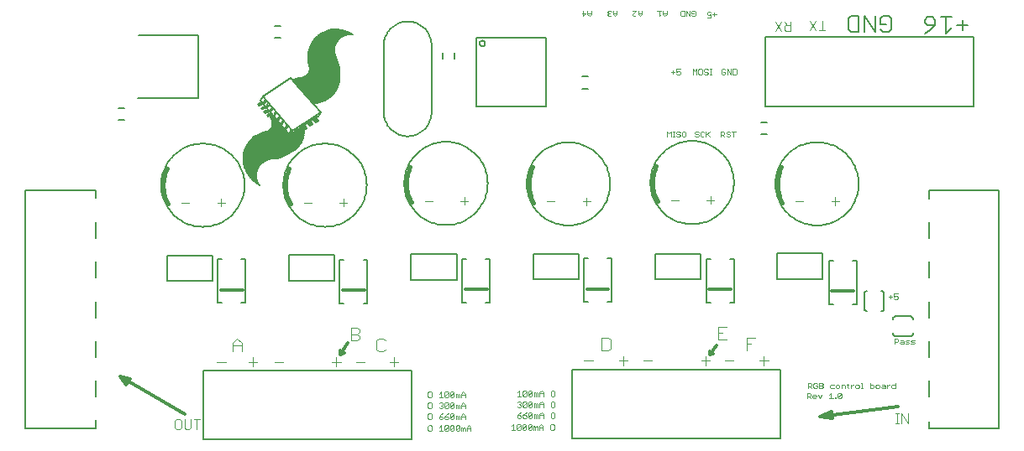
<source format=gto>
G75*
G70*
%OFA0B0*%
%FSLAX24Y24*%
%IPPOS*%
%LPD*%
%AMOC8*
5,1,8,0,0,1.08239X$1,22.5*
%
%ADD10C,0.0060*%
%ADD11C,0.0030*%
%ADD12C,0.0040*%
%ADD13C,0.0120*%
%ADD14C,0.0020*%
%ADD15C,0.0050*%
%ADD16C,0.0160*%
%ADD17C,0.0080*%
D10*
X017878Y027445D02*
X018114Y027445D01*
X018114Y027917D02*
X017878Y027917D01*
X024094Y030712D02*
X024330Y030712D01*
X024330Y031185D02*
X024094Y031185D01*
X030760Y030130D02*
X030760Y029893D01*
X031232Y029893D02*
X031232Y030130D01*
X036291Y029177D02*
X036527Y029177D01*
X036527Y028704D02*
X036291Y028704D01*
X043393Y027362D02*
X043630Y027362D01*
X043630Y026889D02*
X043393Y026889D01*
X046951Y030943D02*
X047271Y030943D01*
X047271Y031584D01*
X046951Y031584D01*
X046844Y031477D01*
X046844Y031050D01*
X046951Y030943D01*
X047489Y030943D02*
X047489Y031584D01*
X047916Y030943D01*
X047916Y031584D01*
X048133Y031477D02*
X048133Y031264D01*
X048347Y031264D01*
X048560Y031477D02*
X048454Y031584D01*
X048240Y031584D01*
X048133Y031477D01*
X048133Y031050D02*
X048240Y030943D01*
X048454Y030943D01*
X048560Y031050D01*
X048560Y031477D01*
X049876Y031438D02*
X049876Y031331D01*
X049982Y031224D01*
X050303Y031224D01*
X050303Y031438D01*
X050196Y031544D01*
X049982Y031544D01*
X049876Y031438D01*
X050089Y031011D02*
X050303Y031224D01*
X050089Y031011D02*
X049876Y030904D01*
X050734Y030904D02*
X050734Y031544D01*
X050947Y031544D02*
X050520Y031544D01*
X050947Y031117D02*
X050734Y030904D01*
X051165Y031224D02*
X051592Y031224D01*
X051378Y031011D02*
X051378Y031438D01*
D11*
X045937Y031032D02*
X045691Y031032D01*
X045569Y031032D02*
X045322Y031402D01*
X045569Y031402D02*
X045322Y031032D01*
X045814Y031032D02*
X045814Y031402D01*
X044559Y031363D02*
X044559Y030992D01*
X044374Y030992D01*
X044313Y031054D01*
X044313Y031177D01*
X044374Y031239D01*
X044559Y031239D01*
X044436Y031239D02*
X044313Y031363D01*
X044191Y031363D02*
X043944Y030992D01*
X044191Y030992D02*
X043944Y031363D01*
X048723Y015779D02*
X048847Y015779D01*
X048785Y015779D02*
X048785Y015408D01*
X048723Y015408D02*
X048847Y015408D01*
X048969Y015408D02*
X048969Y015779D01*
X049216Y015408D01*
X049216Y015779D01*
X021124Y015542D02*
X020877Y015542D01*
X020756Y015542D02*
X020756Y015234D01*
X020694Y015172D01*
X020571Y015172D01*
X020509Y015234D01*
X020509Y015542D01*
X020388Y015481D02*
X020326Y015542D01*
X020202Y015542D01*
X020141Y015481D01*
X020141Y015234D01*
X020202Y015172D01*
X020326Y015172D01*
X020388Y015234D01*
X020388Y015481D01*
X021001Y015542D02*
X021001Y015172D01*
D12*
X021799Y017839D02*
X022146Y017839D01*
X022429Y018248D02*
X022429Y018595D01*
X022603Y018768D01*
X022776Y018595D01*
X022776Y018248D01*
X022776Y018508D02*
X022429Y018508D01*
X023059Y017839D02*
X023406Y017839D01*
X023233Y018012D02*
X023233Y017665D01*
X024083Y017839D02*
X024430Y017839D01*
X026366Y017839D02*
X026713Y017839D01*
X026540Y018012D02*
X026540Y017665D01*
X027311Y017839D02*
X027658Y017839D01*
X028138Y018335D02*
X028225Y018248D01*
X028398Y018248D01*
X028485Y018335D01*
X028485Y018682D02*
X028398Y018768D01*
X028225Y018768D01*
X028138Y018682D01*
X028138Y018335D01*
X028650Y017839D02*
X028997Y017839D01*
X028823Y018012D02*
X028823Y017665D01*
X027461Y018768D02*
X027374Y018681D01*
X027114Y018681D01*
X027114Y019202D01*
X027374Y019202D01*
X027461Y019115D01*
X027461Y019028D01*
X027374Y018941D01*
X027114Y018941D01*
X027374Y018941D02*
X027461Y018855D01*
X027461Y018768D01*
X026815Y024014D02*
X026815Y024321D01*
X026661Y024167D02*
X026968Y024167D01*
X025551Y024167D02*
X025244Y024167D01*
X022118Y024167D02*
X021811Y024167D01*
X021964Y024014D02*
X021964Y024321D01*
X020701Y024167D02*
X020394Y024167D01*
X030043Y024234D02*
X030350Y024234D01*
X031461Y024234D02*
X031768Y024234D01*
X031614Y024388D02*
X031614Y024081D01*
X034902Y024218D02*
X035208Y024218D01*
X036319Y024218D02*
X036626Y024218D01*
X036472Y024372D02*
X036472Y024065D01*
X039811Y024270D02*
X040118Y024270D01*
X041228Y024270D02*
X041535Y024270D01*
X041382Y024423D02*
X041382Y024116D01*
X044768Y024222D02*
X045075Y024222D01*
X046185Y024222D02*
X046492Y024222D01*
X046338Y024376D02*
X046338Y024069D01*
X043170Y018808D02*
X042823Y018808D01*
X042823Y018287D01*
X042823Y018548D02*
X042996Y018548D01*
X043508Y018052D02*
X043508Y017705D01*
X043335Y017878D02*
X043682Y017878D01*
X042304Y017878D02*
X041957Y017878D01*
X041359Y017878D02*
X041012Y017878D01*
X041185Y017705D02*
X041185Y018052D01*
X041681Y018720D02*
X042028Y018720D01*
X041855Y018981D02*
X041681Y018981D01*
X041681Y019241D02*
X041681Y018720D01*
X041681Y019241D02*
X042028Y019241D01*
X039075Y017878D02*
X038728Y017878D01*
X038091Y017878D02*
X037744Y017878D01*
X037918Y017705D02*
X037918Y018052D01*
X037422Y018374D02*
X037422Y018721D01*
X037335Y018808D01*
X037075Y018808D01*
X037075Y018287D01*
X037335Y018287D01*
X037422Y018374D01*
X036713Y017878D02*
X036366Y017878D01*
D13*
X036476Y020728D02*
X037342Y020728D01*
X041338Y020716D02*
X042204Y020716D01*
X041622Y018504D02*
X041346Y018110D01*
X041504Y018149D01*
X041346Y018110D02*
X041346Y018267D01*
X045716Y015669D02*
X046228Y015590D01*
X046189Y015866D01*
X045716Y015669D01*
X048826Y016063D01*
X047074Y020653D02*
X046208Y020653D01*
X032511Y020720D02*
X031645Y020720D01*
X027653Y020685D02*
X026787Y020685D01*
X026976Y018582D02*
X026700Y018110D01*
X026858Y018189D01*
X026700Y018110D02*
X026700Y018307D01*
X022811Y020708D02*
X021945Y020708D01*
X018354Y017165D02*
X018197Y016929D01*
X017960Y017244D01*
X018354Y017165D01*
X017960Y017244D02*
X020519Y015748D01*
D14*
X030175Y015744D02*
X030175Y015598D01*
X030212Y015561D01*
X030285Y015561D01*
X030322Y015598D01*
X030322Y015744D01*
X030285Y015781D01*
X030212Y015781D01*
X030175Y015744D01*
X030212Y015994D02*
X030285Y015994D01*
X030322Y016031D01*
X030322Y016177D01*
X030285Y016214D01*
X030212Y016214D01*
X030175Y016177D01*
X030175Y016031D01*
X030212Y015994D01*
X030617Y016031D02*
X030654Y015994D01*
X030727Y015994D01*
X030764Y016031D01*
X030764Y016067D01*
X030727Y016104D01*
X030690Y016104D01*
X030727Y016104D02*
X030764Y016141D01*
X030764Y016177D01*
X030727Y016214D01*
X030654Y016214D01*
X030617Y016177D01*
X030838Y016177D02*
X030875Y016214D01*
X030948Y016214D01*
X030985Y016177D01*
X030838Y016031D01*
X030875Y015994D01*
X030948Y015994D01*
X030985Y016031D01*
X030985Y016177D01*
X031059Y016177D02*
X031096Y016214D01*
X031169Y016214D01*
X031206Y016177D01*
X031059Y016031D01*
X031096Y015994D01*
X031169Y015994D01*
X031206Y016031D01*
X031206Y016177D01*
X031280Y016141D02*
X031317Y016141D01*
X031353Y016104D01*
X031390Y016141D01*
X031427Y016104D01*
X031427Y015994D01*
X031353Y015994D02*
X031353Y016104D01*
X031280Y016141D02*
X031280Y015994D01*
X031501Y015994D02*
X031501Y016141D01*
X031574Y016214D01*
X031648Y016141D01*
X031648Y015994D01*
X031648Y016104D02*
X031501Y016104D01*
X031501Y016427D02*
X031501Y016574D01*
X031574Y016647D01*
X031648Y016574D01*
X031648Y016427D01*
X031648Y016537D02*
X031501Y016537D01*
X031427Y016537D02*
X031427Y016427D01*
X031353Y016427D02*
X031353Y016537D01*
X031390Y016574D01*
X031427Y016537D01*
X031353Y016537D02*
X031317Y016574D01*
X031280Y016574D01*
X031280Y016427D01*
X031206Y016464D02*
X031169Y016427D01*
X031096Y016427D01*
X031059Y016464D01*
X031206Y016610D01*
X031206Y016464D01*
X031206Y016610D02*
X031169Y016647D01*
X031096Y016647D01*
X031059Y016610D01*
X031059Y016464D01*
X030985Y016464D02*
X030948Y016427D01*
X030875Y016427D01*
X030838Y016464D01*
X030985Y016610D01*
X030985Y016464D01*
X030985Y016610D02*
X030948Y016647D01*
X030875Y016647D01*
X030838Y016610D01*
X030838Y016464D01*
X030764Y016427D02*
X030617Y016427D01*
X030690Y016427D02*
X030690Y016647D01*
X030617Y016574D01*
X030322Y016610D02*
X030322Y016464D01*
X030285Y016427D01*
X030212Y016427D01*
X030175Y016464D01*
X030175Y016610D01*
X030212Y016647D01*
X030285Y016647D01*
X030322Y016610D01*
X030838Y016177D02*
X030838Y016031D01*
X031059Y016031D02*
X031059Y016177D01*
X031096Y015781D02*
X031169Y015781D01*
X031206Y015744D01*
X031059Y015598D01*
X031096Y015561D01*
X031169Y015561D01*
X031206Y015598D01*
X031206Y015744D01*
X031280Y015708D02*
X031317Y015708D01*
X031353Y015671D01*
X031390Y015708D01*
X031427Y015671D01*
X031427Y015561D01*
X031353Y015561D02*
X031353Y015671D01*
X031280Y015708D02*
X031280Y015561D01*
X031501Y015561D02*
X031501Y015708D01*
X031574Y015781D01*
X031648Y015708D01*
X031648Y015561D01*
X031648Y015671D02*
X031501Y015671D01*
X031390Y015309D02*
X031427Y015272D01*
X031280Y015125D01*
X031317Y015088D01*
X031390Y015088D01*
X031427Y015125D01*
X031427Y015272D01*
X031390Y015309D02*
X031317Y015309D01*
X031280Y015272D01*
X031280Y015125D01*
X031206Y015125D02*
X031169Y015088D01*
X031096Y015088D01*
X031059Y015125D01*
X031206Y015272D01*
X031206Y015125D01*
X031206Y015272D02*
X031169Y015309D01*
X031096Y015309D01*
X031059Y015272D01*
X031059Y015125D01*
X030985Y015125D02*
X030948Y015088D01*
X030875Y015088D01*
X030838Y015125D01*
X030985Y015272D01*
X030985Y015125D01*
X030985Y015272D02*
X030948Y015309D01*
X030875Y015309D01*
X030838Y015272D01*
X030838Y015125D01*
X030764Y015088D02*
X030617Y015088D01*
X030690Y015088D02*
X030690Y015309D01*
X030617Y015235D01*
X030322Y015272D02*
X030322Y015125D01*
X030285Y015088D01*
X030212Y015088D01*
X030175Y015125D01*
X030175Y015272D01*
X030212Y015309D01*
X030285Y015309D01*
X030322Y015272D01*
X030617Y015598D02*
X030654Y015561D01*
X030727Y015561D01*
X030764Y015598D01*
X030764Y015634D01*
X030727Y015671D01*
X030617Y015671D01*
X030617Y015598D01*
X030617Y015671D02*
X030690Y015744D01*
X030764Y015781D01*
X030838Y015671D02*
X030948Y015671D01*
X030985Y015634D01*
X030985Y015598D01*
X030948Y015561D01*
X030875Y015561D01*
X030838Y015598D01*
X030838Y015671D01*
X030911Y015744D01*
X030985Y015781D01*
X031059Y015744D02*
X031096Y015781D01*
X031059Y015744D02*
X031059Y015598D01*
X031501Y015235D02*
X031538Y015235D01*
X031574Y015199D01*
X031611Y015235D01*
X031648Y015199D01*
X031648Y015088D01*
X031574Y015088D02*
X031574Y015199D01*
X031501Y015235D02*
X031501Y015088D01*
X031722Y015088D02*
X031722Y015235D01*
X031795Y015309D01*
X031869Y015235D01*
X031869Y015088D01*
X031869Y015199D02*
X031722Y015199D01*
X033482Y015128D02*
X033629Y015128D01*
X033556Y015128D02*
X033556Y015348D01*
X033482Y015275D01*
X033703Y015311D02*
X033740Y015348D01*
X033813Y015348D01*
X033850Y015311D01*
X033703Y015164D01*
X033740Y015128D01*
X033813Y015128D01*
X033850Y015164D01*
X033850Y015311D01*
X033924Y015311D02*
X033961Y015348D01*
X034034Y015348D01*
X034071Y015311D01*
X033924Y015164D01*
X033961Y015128D01*
X034034Y015128D01*
X034071Y015164D01*
X034071Y015311D01*
X034145Y015311D02*
X034182Y015348D01*
X034255Y015348D01*
X034292Y015311D01*
X034145Y015164D01*
X034182Y015128D01*
X034255Y015128D01*
X034292Y015164D01*
X034292Y015311D01*
X034366Y015275D02*
X034403Y015275D01*
X034439Y015238D01*
X034476Y015275D01*
X034513Y015238D01*
X034513Y015128D01*
X034439Y015128D02*
X034439Y015238D01*
X034366Y015275D02*
X034366Y015128D01*
X034587Y015128D02*
X034587Y015275D01*
X034660Y015348D01*
X034734Y015275D01*
X034734Y015128D01*
X034734Y015238D02*
X034587Y015238D01*
X034602Y015600D02*
X034602Y015747D01*
X034676Y015820D01*
X034749Y015747D01*
X034749Y015600D01*
X034749Y015710D02*
X034602Y015710D01*
X034528Y015710D02*
X034528Y015600D01*
X034455Y015600D02*
X034455Y015710D01*
X034491Y015747D01*
X034528Y015710D01*
X034455Y015710D02*
X034418Y015747D01*
X034381Y015747D01*
X034381Y015600D01*
X034307Y015637D02*
X034270Y015600D01*
X034197Y015600D01*
X034160Y015637D01*
X034307Y015784D01*
X034307Y015637D01*
X034307Y015784D02*
X034270Y015820D01*
X034197Y015820D01*
X034160Y015784D01*
X034160Y015637D01*
X034086Y015637D02*
X034086Y015674D01*
X034049Y015710D01*
X033939Y015710D01*
X033939Y015637D01*
X033976Y015600D01*
X034049Y015600D01*
X034086Y015637D01*
X034013Y015784D02*
X033939Y015710D01*
X033865Y015674D02*
X033828Y015710D01*
X033718Y015710D01*
X033718Y015637D01*
X033755Y015600D01*
X033828Y015600D01*
X033865Y015637D01*
X033865Y015674D01*
X033792Y015784D02*
X033718Y015710D01*
X033792Y015784D02*
X033865Y015820D01*
X034013Y015784D02*
X034086Y015820D01*
X034049Y016033D02*
X033976Y016033D01*
X033939Y016070D01*
X034086Y016217D01*
X034086Y016070D01*
X034049Y016033D01*
X033939Y016070D02*
X033939Y016217D01*
X033976Y016253D01*
X034049Y016253D01*
X034086Y016217D01*
X034160Y016217D02*
X034197Y016253D01*
X034270Y016253D01*
X034307Y016217D01*
X034160Y016070D01*
X034197Y016033D01*
X034270Y016033D01*
X034307Y016070D01*
X034307Y016217D01*
X034381Y016180D02*
X034418Y016180D01*
X034455Y016143D01*
X034491Y016180D01*
X034528Y016143D01*
X034528Y016033D01*
X034455Y016033D02*
X034455Y016143D01*
X034381Y016180D02*
X034381Y016033D01*
X034602Y016033D02*
X034602Y016180D01*
X034676Y016253D01*
X034749Y016180D01*
X034749Y016033D01*
X034749Y016143D02*
X034602Y016143D01*
X034602Y016466D02*
X034602Y016613D01*
X034676Y016687D01*
X034749Y016613D01*
X034749Y016466D01*
X034749Y016576D02*
X034602Y016576D01*
X034528Y016576D02*
X034528Y016466D01*
X034455Y016466D02*
X034455Y016576D01*
X034491Y016613D01*
X034528Y016576D01*
X034455Y016576D02*
X034418Y016613D01*
X034381Y016613D01*
X034381Y016466D01*
X034307Y016503D02*
X034270Y016466D01*
X034197Y016466D01*
X034160Y016503D01*
X034307Y016650D01*
X034307Y016503D01*
X034160Y016503D02*
X034160Y016650D01*
X034197Y016687D01*
X034270Y016687D01*
X034307Y016650D01*
X034086Y016650D02*
X033939Y016503D01*
X033976Y016466D01*
X034049Y016466D01*
X034086Y016503D01*
X034086Y016650D01*
X034049Y016687D01*
X033976Y016687D01*
X033939Y016650D01*
X033939Y016503D01*
X033865Y016466D02*
X033718Y016466D01*
X033792Y016466D02*
X033792Y016687D01*
X033718Y016613D01*
X033755Y016253D02*
X033828Y016253D01*
X033865Y016217D01*
X033865Y016180D01*
X033828Y016143D01*
X033865Y016107D01*
X033865Y016070D01*
X033828Y016033D01*
X033755Y016033D01*
X033718Y016070D01*
X033792Y016143D02*
X033828Y016143D01*
X033718Y016217D02*
X033755Y016253D01*
X034160Y016217D02*
X034160Y016070D01*
X034145Y015311D02*
X034145Y015164D01*
X033924Y015164D02*
X033924Y015311D01*
X033703Y015311D02*
X033703Y015164D01*
X035029Y015164D02*
X035066Y015128D01*
X035139Y015128D01*
X035176Y015164D01*
X035176Y015311D01*
X035139Y015348D01*
X035066Y015348D01*
X035029Y015311D01*
X035029Y015164D01*
X035081Y015600D02*
X035154Y015600D01*
X035191Y015637D01*
X035191Y015784D01*
X035154Y015820D01*
X035081Y015820D01*
X035044Y015784D01*
X035044Y015637D01*
X035081Y015600D01*
X035081Y016033D02*
X035154Y016033D01*
X035191Y016070D01*
X035191Y016217D01*
X035154Y016253D01*
X035081Y016253D01*
X035044Y016217D01*
X035044Y016070D01*
X035081Y016033D01*
X035081Y016466D02*
X035154Y016466D01*
X035191Y016503D01*
X035191Y016650D01*
X035154Y016687D01*
X035081Y016687D01*
X035044Y016650D01*
X035044Y016503D01*
X035081Y016466D01*
X045214Y016461D02*
X045324Y016461D01*
X045361Y016498D01*
X045361Y016571D01*
X045324Y016608D01*
X045214Y016608D01*
X045214Y016388D01*
X045288Y016461D02*
X045361Y016388D01*
X045435Y016424D02*
X045435Y016498D01*
X045472Y016534D01*
X045545Y016534D01*
X045582Y016498D01*
X045582Y016461D01*
X045435Y016461D01*
X045435Y016424D02*
X045472Y016388D01*
X045545Y016388D01*
X045656Y016534D02*
X045730Y016388D01*
X045803Y016534D01*
X045806Y016781D02*
X045696Y016781D01*
X045696Y017001D01*
X045806Y017001D01*
X045843Y016965D01*
X045843Y016928D01*
X045806Y016891D01*
X045696Y016891D01*
X045622Y016891D02*
X045548Y016891D01*
X045622Y016891D02*
X045622Y016818D01*
X045585Y016781D01*
X045511Y016781D01*
X045475Y016818D01*
X045475Y016965D01*
X045511Y017001D01*
X045585Y017001D01*
X045622Y016965D01*
X045806Y016891D02*
X045843Y016855D01*
X045843Y016818D01*
X045806Y016781D01*
X046138Y016818D02*
X046174Y016781D01*
X046284Y016781D01*
X046359Y016818D02*
X046395Y016781D01*
X046469Y016781D01*
X046505Y016818D01*
X046505Y016891D01*
X046469Y016928D01*
X046395Y016928D01*
X046359Y016891D01*
X046359Y016818D01*
X046284Y016928D02*
X046174Y016928D01*
X046138Y016891D01*
X046138Y016818D01*
X046172Y016608D02*
X046172Y016388D01*
X046245Y016388D02*
X046098Y016388D01*
X046098Y016534D02*
X046172Y016608D01*
X046319Y016424D02*
X046356Y016424D01*
X046356Y016388D01*
X046319Y016388D01*
X046319Y016424D01*
X046430Y016424D02*
X046577Y016571D01*
X046577Y016424D01*
X046540Y016388D01*
X046466Y016388D01*
X046430Y016424D01*
X046430Y016571D01*
X046466Y016608D01*
X046540Y016608D01*
X046577Y016571D01*
X046580Y016781D02*
X046580Y016928D01*
X046690Y016928D01*
X046726Y016891D01*
X046726Y016781D01*
X046837Y016818D02*
X046874Y016781D01*
X046837Y016818D02*
X046837Y016965D01*
X046801Y016928D02*
X046874Y016928D01*
X046948Y016928D02*
X046948Y016781D01*
X046948Y016855D02*
X047021Y016928D01*
X047058Y016928D01*
X047132Y016891D02*
X047132Y016818D01*
X047169Y016781D01*
X047242Y016781D01*
X047279Y016818D01*
X047279Y016891D01*
X047242Y016928D01*
X047169Y016928D01*
X047132Y016891D01*
X047353Y016781D02*
X047426Y016781D01*
X047390Y016781D02*
X047390Y017001D01*
X047353Y017001D01*
X047721Y017001D02*
X047721Y016781D01*
X047831Y016781D01*
X047868Y016818D01*
X047868Y016891D01*
X047831Y016928D01*
X047721Y016928D01*
X047942Y016891D02*
X047942Y016818D01*
X047979Y016781D01*
X048052Y016781D01*
X048089Y016818D01*
X048089Y016891D01*
X048052Y016928D01*
X047979Y016928D01*
X047942Y016891D01*
X048163Y016818D02*
X048200Y016855D01*
X048310Y016855D01*
X048310Y016891D02*
X048310Y016781D01*
X048200Y016781D01*
X048163Y016818D01*
X048200Y016928D02*
X048273Y016928D01*
X048310Y016891D01*
X048384Y016855D02*
X048458Y016928D01*
X048494Y016928D01*
X048569Y016891D02*
X048605Y016928D01*
X048715Y016928D01*
X048715Y017001D02*
X048715Y016781D01*
X048605Y016781D01*
X048569Y016818D01*
X048569Y016891D01*
X048384Y016928D02*
X048384Y016781D01*
X048679Y018553D02*
X048679Y018773D01*
X048789Y018773D01*
X048826Y018736D01*
X048826Y018663D01*
X048789Y018626D01*
X048679Y018626D01*
X048900Y018590D02*
X048937Y018553D01*
X049047Y018553D01*
X049047Y018663D01*
X049010Y018700D01*
X048937Y018700D01*
X048937Y018626D02*
X049047Y018626D01*
X049121Y018663D02*
X049158Y018700D01*
X049268Y018700D01*
X049231Y018626D02*
X049158Y018626D01*
X049121Y018663D01*
X049121Y018553D02*
X049231Y018553D01*
X049268Y018590D01*
X049231Y018626D01*
X049342Y018663D02*
X049379Y018700D01*
X049489Y018700D01*
X049452Y018626D02*
X049379Y018626D01*
X049342Y018663D01*
X049342Y018553D02*
X049452Y018553D01*
X049489Y018590D01*
X049452Y018626D01*
X048937Y018626D02*
X048900Y018590D01*
X048774Y020325D02*
X048700Y020325D01*
X048664Y020361D01*
X048664Y020435D02*
X048737Y020471D01*
X048774Y020471D01*
X048811Y020435D01*
X048811Y020361D01*
X048774Y020325D01*
X048664Y020435D02*
X048664Y020545D01*
X048811Y020545D01*
X048590Y020435D02*
X048443Y020435D01*
X048516Y020508D02*
X048516Y020361D01*
X045364Y017001D02*
X045401Y016965D01*
X045401Y016891D01*
X045364Y016855D01*
X045254Y016855D01*
X045327Y016855D02*
X045401Y016781D01*
X045254Y016781D02*
X045254Y017001D01*
X045364Y017001D01*
X042305Y026781D02*
X042305Y027001D01*
X042378Y027001D02*
X042231Y027001D01*
X042157Y026965D02*
X042120Y027001D01*
X042047Y027001D01*
X042010Y026965D01*
X042010Y026928D01*
X042047Y026891D01*
X042120Y026891D01*
X042157Y026855D01*
X042157Y026818D01*
X042120Y026781D01*
X042047Y026781D01*
X042010Y026818D01*
X041936Y026781D02*
X041863Y026855D01*
X041899Y026855D02*
X041789Y026855D01*
X041789Y026781D02*
X041789Y027001D01*
X041899Y027001D01*
X041936Y026965D01*
X041936Y026891D01*
X041899Y026855D01*
X041354Y026781D02*
X041244Y026891D01*
X041208Y026855D02*
X041354Y027001D01*
X041208Y027001D02*
X041208Y026781D01*
X041133Y026818D02*
X041097Y026781D01*
X041023Y026781D01*
X040987Y026818D01*
X040987Y026965D01*
X041023Y027001D01*
X041097Y027001D01*
X041133Y026965D01*
X040912Y026965D02*
X040876Y027001D01*
X040802Y027001D01*
X040766Y026965D01*
X040766Y026928D01*
X040802Y026891D01*
X040876Y026891D01*
X040912Y026855D01*
X040912Y026818D01*
X040876Y026781D01*
X040802Y026781D01*
X040766Y026818D01*
X040399Y026818D02*
X040399Y026965D01*
X040363Y027001D01*
X040289Y027001D01*
X040253Y026965D01*
X040253Y026818D01*
X040289Y026781D01*
X040363Y026781D01*
X040399Y026818D01*
X040178Y026818D02*
X040142Y026781D01*
X040068Y026781D01*
X040032Y026818D01*
X040068Y026891D02*
X040142Y026891D01*
X040178Y026855D01*
X040178Y026818D01*
X040068Y026891D02*
X040032Y026928D01*
X040032Y026965D01*
X040068Y027001D01*
X040142Y027001D01*
X040178Y026965D01*
X039958Y027001D02*
X039884Y027001D01*
X039921Y027001D02*
X039921Y026781D01*
X039884Y026781D02*
X039958Y026781D01*
X039810Y026781D02*
X039810Y027001D01*
X039737Y026928D01*
X039663Y027001D01*
X039663Y026781D01*
X040069Y029258D02*
X040033Y029295D01*
X040069Y029258D02*
X040143Y029258D01*
X040180Y029295D01*
X040180Y029368D01*
X040143Y029405D01*
X040106Y029405D01*
X040033Y029368D01*
X040033Y029478D01*
X040180Y029478D01*
X039959Y029368D02*
X039812Y029368D01*
X039885Y029441D02*
X039885Y029295D01*
X040687Y029262D02*
X040687Y029482D01*
X040760Y029408D01*
X040834Y029482D01*
X040834Y029262D01*
X040908Y029298D02*
X040945Y029262D01*
X041018Y029262D01*
X041055Y029298D01*
X041055Y029445D01*
X041018Y029482D01*
X040945Y029482D01*
X040908Y029445D01*
X040908Y029298D01*
X041129Y029298D02*
X041166Y029262D01*
X041239Y029262D01*
X041276Y029298D01*
X041276Y029335D01*
X041239Y029372D01*
X041166Y029372D01*
X041129Y029408D01*
X041129Y029445D01*
X041166Y029482D01*
X041239Y029482D01*
X041276Y029445D01*
X041350Y029482D02*
X041423Y029482D01*
X041386Y029482D02*
X041386Y029262D01*
X041350Y029262D02*
X041423Y029262D01*
X041829Y029298D02*
X041865Y029262D01*
X041939Y029262D01*
X041975Y029298D01*
X041975Y029372D01*
X041902Y029372D01*
X041975Y029445D02*
X041939Y029482D01*
X041865Y029482D01*
X041829Y029445D01*
X041829Y029298D01*
X042050Y029262D02*
X042050Y029482D01*
X042196Y029262D01*
X042196Y029482D01*
X042271Y029482D02*
X042381Y029482D01*
X042417Y029445D01*
X042417Y029298D01*
X042381Y029262D01*
X042271Y029262D01*
X042271Y029482D01*
X041538Y031578D02*
X041538Y031725D01*
X041465Y031651D02*
X041612Y031651D01*
X041391Y031651D02*
X041317Y031615D01*
X041281Y031615D01*
X041244Y031651D01*
X041244Y031725D01*
X041281Y031761D01*
X041354Y031761D01*
X041391Y031725D01*
X041391Y031651D02*
X041391Y031541D01*
X041244Y031541D01*
X040785Y031617D02*
X040785Y031764D01*
X040748Y031801D01*
X040675Y031801D01*
X040638Y031764D01*
X040638Y031691D01*
X040712Y031691D01*
X040785Y031617D02*
X040748Y031581D01*
X040675Y031581D01*
X040638Y031617D01*
X040564Y031581D02*
X040417Y031801D01*
X040417Y031581D01*
X040343Y031581D02*
X040233Y031581D01*
X040196Y031617D01*
X040196Y031764D01*
X040233Y031801D01*
X040343Y031801D01*
X040343Y031581D01*
X040564Y031581D02*
X040564Y031801D01*
X039643Y031801D02*
X039643Y031654D01*
X039570Y031581D01*
X039496Y031654D01*
X039496Y031801D01*
X039422Y031801D02*
X039275Y031801D01*
X039349Y031801D02*
X039349Y031581D01*
X039422Y031654D01*
X039496Y031691D02*
X039643Y031691D01*
X038659Y031691D02*
X038512Y031691D01*
X038512Y031654D02*
X038512Y031801D01*
X038438Y031801D02*
X038291Y031654D01*
X038291Y031617D01*
X038328Y031581D01*
X038401Y031581D01*
X038438Y031617D01*
X038512Y031654D02*
X038586Y031581D01*
X038659Y031654D01*
X038659Y031801D01*
X038438Y031801D02*
X038291Y031801D01*
X037675Y031801D02*
X037675Y031654D01*
X037601Y031581D01*
X037528Y031654D01*
X037528Y031801D01*
X037454Y031764D02*
X037417Y031801D01*
X037344Y031801D01*
X037307Y031764D01*
X037307Y031727D01*
X037344Y031691D01*
X037380Y031691D01*
X037344Y031691D02*
X037307Y031654D01*
X037307Y031617D01*
X037344Y031581D01*
X037417Y031581D01*
X037454Y031617D01*
X037528Y031691D02*
X037675Y031691D01*
X036651Y031691D02*
X036504Y031691D01*
X036504Y031654D02*
X036504Y031801D01*
X036430Y031691D02*
X036283Y031691D01*
X036320Y031801D02*
X036320Y031581D01*
X036430Y031691D01*
X036504Y031654D02*
X036578Y031581D01*
X036651Y031654D01*
X036651Y031801D01*
D15*
X016980Y015197D02*
X014185Y015197D01*
X014185Y024645D01*
X016980Y024645D01*
X016980Y024370D01*
X016980Y023386D02*
X016980Y022756D01*
X016980Y021811D02*
X016980Y021181D01*
X016980Y020236D02*
X016980Y019606D01*
X016980Y018661D02*
X016980Y018031D01*
X016980Y017086D02*
X016980Y016456D01*
X016980Y015511D02*
X016980Y015197D01*
X021248Y014744D02*
X021248Y017500D01*
X029515Y017500D01*
X029515Y014744D01*
X021248Y014744D01*
X021826Y020197D02*
X021984Y020197D01*
X021826Y020197D02*
X021826Y021929D01*
X021984Y021929D01*
X021641Y022071D02*
X019830Y022071D01*
X019830Y021047D01*
X021641Y021047D01*
X021641Y022071D01*
X022771Y021929D02*
X022929Y021929D01*
X022929Y020197D01*
X022771Y020197D01*
X024645Y021059D02*
X024645Y022082D01*
X026456Y022082D01*
X026456Y021059D01*
X024645Y021059D01*
X026669Y021905D02*
X026826Y021905D01*
X026669Y021905D02*
X026669Y020173D01*
X026826Y020173D01*
X027614Y020173D02*
X027771Y020173D01*
X027771Y021905D01*
X027614Y021905D01*
X029504Y022110D02*
X029504Y021086D01*
X031315Y021086D01*
X031315Y022110D01*
X029504Y022110D01*
X031527Y021941D02*
X031685Y021941D01*
X031527Y021941D02*
X031527Y020208D01*
X031685Y020208D01*
X032472Y020208D02*
X032630Y020208D01*
X032630Y021941D01*
X032472Y021941D01*
X034350Y022137D02*
X034350Y021114D01*
X036161Y021114D01*
X036161Y022137D01*
X034350Y022137D01*
X036358Y021949D02*
X036515Y021949D01*
X036358Y021949D02*
X036358Y020216D01*
X036515Y020216D01*
X037303Y020216D02*
X037460Y020216D01*
X037460Y021949D01*
X037303Y021949D01*
X039193Y022134D02*
X039193Y021110D01*
X041004Y021110D01*
X041004Y022134D01*
X039193Y022134D01*
X041220Y021937D02*
X041378Y021937D01*
X041220Y021937D02*
X041220Y020204D01*
X041378Y020204D01*
X042165Y020204D02*
X042323Y020204D01*
X042323Y021937D01*
X042165Y021937D01*
X044011Y022149D02*
X044011Y021126D01*
X045823Y021126D01*
X045823Y022149D01*
X044011Y022149D01*
X046090Y021874D02*
X046248Y021874D01*
X046090Y021874D02*
X046090Y020141D01*
X046248Y020141D01*
X047035Y020141D02*
X047193Y020141D01*
X047193Y021874D01*
X047035Y021874D01*
X050043Y021811D02*
X050043Y021181D01*
X050043Y020236D02*
X050043Y019606D01*
X050043Y018661D02*
X050043Y018031D01*
X050043Y017086D02*
X050043Y016456D01*
X050043Y015472D02*
X050043Y015197D01*
X052838Y015197D01*
X052838Y024645D01*
X050043Y024645D01*
X050043Y024330D01*
X050043Y023386D02*
X050043Y022756D01*
X043960Y024917D02*
X043962Y024998D01*
X043968Y025079D01*
X043978Y025160D01*
X043992Y025240D01*
X044010Y025319D01*
X044031Y025397D01*
X044057Y025474D01*
X044086Y025550D01*
X044119Y025624D01*
X044155Y025697D01*
X044195Y025767D01*
X044239Y025836D01*
X044285Y025902D01*
X044335Y025966D01*
X044388Y026028D01*
X044444Y026087D01*
X044503Y026143D01*
X044565Y026196D01*
X044629Y026246D01*
X044695Y026292D01*
X044764Y026336D01*
X044834Y026376D01*
X044907Y026412D01*
X044981Y026445D01*
X045057Y026474D01*
X045134Y026500D01*
X045212Y026521D01*
X045291Y026539D01*
X045371Y026553D01*
X045452Y026563D01*
X045533Y026569D01*
X045614Y026571D01*
X045695Y026569D01*
X045776Y026563D01*
X045857Y026553D01*
X045937Y026539D01*
X046016Y026521D01*
X046094Y026500D01*
X046171Y026474D01*
X046247Y026445D01*
X046321Y026412D01*
X046394Y026376D01*
X046464Y026336D01*
X046533Y026292D01*
X046599Y026246D01*
X046663Y026196D01*
X046725Y026143D01*
X046784Y026087D01*
X046840Y026028D01*
X046893Y025966D01*
X046943Y025902D01*
X046989Y025836D01*
X047033Y025767D01*
X047073Y025697D01*
X047109Y025624D01*
X047142Y025550D01*
X047171Y025474D01*
X047197Y025397D01*
X047218Y025319D01*
X047236Y025240D01*
X047250Y025160D01*
X047260Y025079D01*
X047266Y024998D01*
X047268Y024917D01*
X047266Y024836D01*
X047260Y024755D01*
X047250Y024674D01*
X047236Y024594D01*
X047218Y024515D01*
X047197Y024437D01*
X047171Y024360D01*
X047142Y024284D01*
X047109Y024210D01*
X047073Y024137D01*
X047033Y024067D01*
X046989Y023998D01*
X046943Y023932D01*
X046893Y023868D01*
X046840Y023806D01*
X046784Y023747D01*
X046725Y023691D01*
X046663Y023638D01*
X046599Y023588D01*
X046533Y023542D01*
X046464Y023498D01*
X046394Y023458D01*
X046321Y023422D01*
X046247Y023389D01*
X046171Y023360D01*
X046094Y023334D01*
X046016Y023313D01*
X045937Y023295D01*
X045857Y023281D01*
X045776Y023271D01*
X045695Y023265D01*
X045614Y023263D01*
X045533Y023265D01*
X045452Y023271D01*
X045371Y023281D01*
X045291Y023295D01*
X045212Y023313D01*
X045134Y023334D01*
X045057Y023360D01*
X044981Y023389D01*
X044907Y023422D01*
X044834Y023458D01*
X044764Y023498D01*
X044695Y023542D01*
X044629Y023588D01*
X044565Y023638D01*
X044503Y023691D01*
X044444Y023747D01*
X044388Y023806D01*
X044335Y023868D01*
X044285Y023932D01*
X044239Y023998D01*
X044195Y024067D01*
X044155Y024137D01*
X044119Y024210D01*
X044086Y024284D01*
X044057Y024360D01*
X044031Y024437D01*
X044010Y024515D01*
X043992Y024594D01*
X043978Y024674D01*
X043968Y024755D01*
X043962Y024836D01*
X043960Y024917D01*
X039003Y024964D02*
X039005Y025045D01*
X039011Y025126D01*
X039021Y025207D01*
X039035Y025287D01*
X039053Y025366D01*
X039074Y025444D01*
X039100Y025521D01*
X039129Y025597D01*
X039162Y025671D01*
X039198Y025744D01*
X039238Y025814D01*
X039282Y025883D01*
X039328Y025949D01*
X039378Y026013D01*
X039431Y026075D01*
X039487Y026134D01*
X039546Y026190D01*
X039608Y026243D01*
X039672Y026293D01*
X039738Y026339D01*
X039807Y026383D01*
X039877Y026423D01*
X039950Y026459D01*
X040024Y026492D01*
X040100Y026521D01*
X040177Y026547D01*
X040255Y026568D01*
X040334Y026586D01*
X040414Y026600D01*
X040495Y026610D01*
X040576Y026616D01*
X040657Y026618D01*
X040738Y026616D01*
X040819Y026610D01*
X040900Y026600D01*
X040980Y026586D01*
X041059Y026568D01*
X041137Y026547D01*
X041214Y026521D01*
X041290Y026492D01*
X041364Y026459D01*
X041437Y026423D01*
X041507Y026383D01*
X041576Y026339D01*
X041642Y026293D01*
X041706Y026243D01*
X041768Y026190D01*
X041827Y026134D01*
X041883Y026075D01*
X041936Y026013D01*
X041986Y025949D01*
X042032Y025883D01*
X042076Y025814D01*
X042116Y025744D01*
X042152Y025671D01*
X042185Y025597D01*
X042214Y025521D01*
X042240Y025444D01*
X042261Y025366D01*
X042279Y025287D01*
X042293Y025207D01*
X042303Y025126D01*
X042309Y025045D01*
X042311Y024964D01*
X042309Y024883D01*
X042303Y024802D01*
X042293Y024721D01*
X042279Y024641D01*
X042261Y024562D01*
X042240Y024484D01*
X042214Y024407D01*
X042185Y024331D01*
X042152Y024257D01*
X042116Y024184D01*
X042076Y024114D01*
X042032Y024045D01*
X041986Y023979D01*
X041936Y023915D01*
X041883Y023853D01*
X041827Y023794D01*
X041768Y023738D01*
X041706Y023685D01*
X041642Y023635D01*
X041576Y023589D01*
X041507Y023545D01*
X041437Y023505D01*
X041364Y023469D01*
X041290Y023436D01*
X041214Y023407D01*
X041137Y023381D01*
X041059Y023360D01*
X040980Y023342D01*
X040900Y023328D01*
X040819Y023318D01*
X040738Y023312D01*
X040657Y023310D01*
X040576Y023312D01*
X040495Y023318D01*
X040414Y023328D01*
X040334Y023342D01*
X040255Y023360D01*
X040177Y023381D01*
X040100Y023407D01*
X040024Y023436D01*
X039950Y023469D01*
X039877Y023505D01*
X039807Y023545D01*
X039738Y023589D01*
X039672Y023635D01*
X039608Y023685D01*
X039546Y023738D01*
X039487Y023794D01*
X039431Y023853D01*
X039378Y023915D01*
X039328Y023979D01*
X039282Y024045D01*
X039238Y024114D01*
X039198Y024184D01*
X039162Y024257D01*
X039129Y024331D01*
X039100Y024407D01*
X039074Y024484D01*
X039053Y024562D01*
X039035Y024641D01*
X039021Y024721D01*
X039011Y024802D01*
X039005Y024883D01*
X039003Y024964D01*
X034094Y024913D02*
X034096Y024994D01*
X034102Y025075D01*
X034112Y025156D01*
X034126Y025236D01*
X034144Y025315D01*
X034165Y025393D01*
X034191Y025470D01*
X034220Y025546D01*
X034253Y025620D01*
X034289Y025693D01*
X034329Y025763D01*
X034373Y025832D01*
X034419Y025898D01*
X034469Y025962D01*
X034522Y026024D01*
X034578Y026083D01*
X034637Y026139D01*
X034699Y026192D01*
X034763Y026242D01*
X034829Y026288D01*
X034898Y026332D01*
X034968Y026372D01*
X035041Y026408D01*
X035115Y026441D01*
X035191Y026470D01*
X035268Y026496D01*
X035346Y026517D01*
X035425Y026535D01*
X035505Y026549D01*
X035586Y026559D01*
X035667Y026565D01*
X035748Y026567D01*
X035829Y026565D01*
X035910Y026559D01*
X035991Y026549D01*
X036071Y026535D01*
X036150Y026517D01*
X036228Y026496D01*
X036305Y026470D01*
X036381Y026441D01*
X036455Y026408D01*
X036528Y026372D01*
X036598Y026332D01*
X036667Y026288D01*
X036733Y026242D01*
X036797Y026192D01*
X036859Y026139D01*
X036918Y026083D01*
X036974Y026024D01*
X037027Y025962D01*
X037077Y025898D01*
X037123Y025832D01*
X037167Y025763D01*
X037207Y025693D01*
X037243Y025620D01*
X037276Y025546D01*
X037305Y025470D01*
X037331Y025393D01*
X037352Y025315D01*
X037370Y025236D01*
X037384Y025156D01*
X037394Y025075D01*
X037400Y024994D01*
X037402Y024913D01*
X037400Y024832D01*
X037394Y024751D01*
X037384Y024670D01*
X037370Y024590D01*
X037352Y024511D01*
X037331Y024433D01*
X037305Y024356D01*
X037276Y024280D01*
X037243Y024206D01*
X037207Y024133D01*
X037167Y024063D01*
X037123Y023994D01*
X037077Y023928D01*
X037027Y023864D01*
X036974Y023802D01*
X036918Y023743D01*
X036859Y023687D01*
X036797Y023634D01*
X036733Y023584D01*
X036667Y023538D01*
X036598Y023494D01*
X036528Y023454D01*
X036455Y023418D01*
X036381Y023385D01*
X036305Y023356D01*
X036228Y023330D01*
X036150Y023309D01*
X036071Y023291D01*
X035991Y023277D01*
X035910Y023267D01*
X035829Y023261D01*
X035748Y023259D01*
X035667Y023261D01*
X035586Y023267D01*
X035505Y023277D01*
X035425Y023291D01*
X035346Y023309D01*
X035268Y023330D01*
X035191Y023356D01*
X035115Y023385D01*
X035041Y023418D01*
X034968Y023454D01*
X034898Y023494D01*
X034829Y023538D01*
X034763Y023584D01*
X034699Y023634D01*
X034637Y023687D01*
X034578Y023743D01*
X034522Y023802D01*
X034469Y023864D01*
X034419Y023928D01*
X034373Y023994D01*
X034329Y024063D01*
X034289Y024133D01*
X034253Y024206D01*
X034220Y024280D01*
X034191Y024356D01*
X034165Y024433D01*
X034144Y024511D01*
X034126Y024590D01*
X034112Y024670D01*
X034102Y024751D01*
X034096Y024832D01*
X034094Y024913D01*
X029235Y024929D02*
X029237Y025010D01*
X029243Y025091D01*
X029253Y025172D01*
X029267Y025252D01*
X029285Y025331D01*
X029306Y025409D01*
X029332Y025486D01*
X029361Y025562D01*
X029394Y025636D01*
X029430Y025709D01*
X029470Y025779D01*
X029514Y025848D01*
X029560Y025914D01*
X029610Y025978D01*
X029663Y026040D01*
X029719Y026099D01*
X029778Y026155D01*
X029840Y026208D01*
X029904Y026258D01*
X029970Y026304D01*
X030039Y026348D01*
X030109Y026388D01*
X030182Y026424D01*
X030256Y026457D01*
X030332Y026486D01*
X030409Y026512D01*
X030487Y026533D01*
X030566Y026551D01*
X030646Y026565D01*
X030727Y026575D01*
X030808Y026581D01*
X030889Y026583D01*
X030970Y026581D01*
X031051Y026575D01*
X031132Y026565D01*
X031212Y026551D01*
X031291Y026533D01*
X031369Y026512D01*
X031446Y026486D01*
X031522Y026457D01*
X031596Y026424D01*
X031669Y026388D01*
X031739Y026348D01*
X031808Y026304D01*
X031874Y026258D01*
X031938Y026208D01*
X032000Y026155D01*
X032059Y026099D01*
X032115Y026040D01*
X032168Y025978D01*
X032218Y025914D01*
X032264Y025848D01*
X032308Y025779D01*
X032348Y025709D01*
X032384Y025636D01*
X032417Y025562D01*
X032446Y025486D01*
X032472Y025409D01*
X032493Y025331D01*
X032511Y025252D01*
X032525Y025172D01*
X032535Y025091D01*
X032541Y025010D01*
X032543Y024929D01*
X032541Y024848D01*
X032535Y024767D01*
X032525Y024686D01*
X032511Y024606D01*
X032493Y024527D01*
X032472Y024449D01*
X032446Y024372D01*
X032417Y024296D01*
X032384Y024222D01*
X032348Y024149D01*
X032308Y024079D01*
X032264Y024010D01*
X032218Y023944D01*
X032168Y023880D01*
X032115Y023818D01*
X032059Y023759D01*
X032000Y023703D01*
X031938Y023650D01*
X031874Y023600D01*
X031808Y023554D01*
X031739Y023510D01*
X031669Y023470D01*
X031596Y023434D01*
X031522Y023401D01*
X031446Y023372D01*
X031369Y023346D01*
X031291Y023325D01*
X031212Y023307D01*
X031132Y023293D01*
X031051Y023283D01*
X030970Y023277D01*
X030889Y023275D01*
X030808Y023277D01*
X030727Y023283D01*
X030646Y023293D01*
X030566Y023307D01*
X030487Y023325D01*
X030409Y023346D01*
X030332Y023372D01*
X030256Y023401D01*
X030182Y023434D01*
X030109Y023470D01*
X030039Y023510D01*
X029970Y023554D01*
X029904Y023600D01*
X029840Y023650D01*
X029778Y023703D01*
X029719Y023759D01*
X029663Y023818D01*
X029610Y023880D01*
X029560Y023944D01*
X029514Y024010D01*
X029470Y024079D01*
X029430Y024149D01*
X029394Y024222D01*
X029361Y024296D01*
X029332Y024372D01*
X029306Y024449D01*
X029285Y024527D01*
X029267Y024606D01*
X029253Y024686D01*
X029243Y024767D01*
X029237Y024848D01*
X029235Y024929D01*
X024436Y024862D02*
X024438Y024943D01*
X024444Y025024D01*
X024454Y025105D01*
X024468Y025185D01*
X024486Y025264D01*
X024507Y025342D01*
X024533Y025419D01*
X024562Y025495D01*
X024595Y025569D01*
X024631Y025642D01*
X024671Y025712D01*
X024715Y025781D01*
X024761Y025847D01*
X024811Y025911D01*
X024864Y025973D01*
X024920Y026032D01*
X024979Y026088D01*
X025041Y026141D01*
X025105Y026191D01*
X025171Y026237D01*
X025240Y026281D01*
X025310Y026321D01*
X025383Y026357D01*
X025457Y026390D01*
X025533Y026419D01*
X025610Y026445D01*
X025688Y026466D01*
X025767Y026484D01*
X025847Y026498D01*
X025928Y026508D01*
X026009Y026514D01*
X026090Y026516D01*
X026171Y026514D01*
X026252Y026508D01*
X026333Y026498D01*
X026413Y026484D01*
X026492Y026466D01*
X026570Y026445D01*
X026647Y026419D01*
X026723Y026390D01*
X026797Y026357D01*
X026870Y026321D01*
X026940Y026281D01*
X027009Y026237D01*
X027075Y026191D01*
X027139Y026141D01*
X027201Y026088D01*
X027260Y026032D01*
X027316Y025973D01*
X027369Y025911D01*
X027419Y025847D01*
X027465Y025781D01*
X027509Y025712D01*
X027549Y025642D01*
X027585Y025569D01*
X027618Y025495D01*
X027647Y025419D01*
X027673Y025342D01*
X027694Y025264D01*
X027712Y025185D01*
X027726Y025105D01*
X027736Y025024D01*
X027742Y024943D01*
X027744Y024862D01*
X027742Y024781D01*
X027736Y024700D01*
X027726Y024619D01*
X027712Y024539D01*
X027694Y024460D01*
X027673Y024382D01*
X027647Y024305D01*
X027618Y024229D01*
X027585Y024155D01*
X027549Y024082D01*
X027509Y024012D01*
X027465Y023943D01*
X027419Y023877D01*
X027369Y023813D01*
X027316Y023751D01*
X027260Y023692D01*
X027201Y023636D01*
X027139Y023583D01*
X027075Y023533D01*
X027009Y023487D01*
X026940Y023443D01*
X026870Y023403D01*
X026797Y023367D01*
X026723Y023334D01*
X026647Y023305D01*
X026570Y023279D01*
X026492Y023258D01*
X026413Y023240D01*
X026333Y023226D01*
X026252Y023216D01*
X026171Y023210D01*
X026090Y023208D01*
X026009Y023210D01*
X025928Y023216D01*
X025847Y023226D01*
X025767Y023240D01*
X025688Y023258D01*
X025610Y023279D01*
X025533Y023305D01*
X025457Y023334D01*
X025383Y023367D01*
X025310Y023403D01*
X025240Y023443D01*
X025171Y023487D01*
X025105Y023533D01*
X025041Y023583D01*
X024979Y023636D01*
X024920Y023692D01*
X024864Y023751D01*
X024811Y023813D01*
X024761Y023877D01*
X024715Y023943D01*
X024671Y024012D01*
X024631Y024082D01*
X024595Y024155D01*
X024562Y024229D01*
X024533Y024305D01*
X024507Y024382D01*
X024486Y024460D01*
X024468Y024539D01*
X024454Y024619D01*
X024444Y024700D01*
X024438Y024781D01*
X024436Y024862D01*
X023502Y024849D02*
X023237Y025071D01*
X023121Y025185D01*
X023022Y025315D01*
X022944Y025457D01*
X022888Y025610D01*
X022856Y025770D01*
X022847Y025932D01*
X022863Y026094D01*
X022902Y026252D01*
X022965Y026402D01*
X023049Y026542D01*
X023153Y026667D01*
X023274Y026775D01*
X023410Y026865D01*
X023558Y026933D01*
X023714Y026978D01*
X023784Y027000D01*
X023848Y027035D01*
X023903Y027082D01*
X023949Y027139D01*
X023982Y027204D01*
X024002Y027274D01*
X024008Y027346D01*
X023999Y027419D01*
X023977Y027488D01*
X023941Y027551D01*
X023933Y027579D01*
X023931Y027609D01*
X023936Y027638D01*
X023947Y027665D01*
X023963Y027689D01*
X024650Y026819D01*
X025234Y027209D01*
X025233Y027209D01*
X025234Y027209D02*
X025255Y027078D01*
X025257Y026944D01*
X025239Y026812D01*
X025201Y026684D01*
X025145Y026563D01*
X025072Y026451D01*
X024983Y026352D01*
X024880Y026267D01*
X024765Y026198D01*
X024582Y026086D01*
X024384Y025999D01*
X024177Y025940D01*
X023964Y025910D01*
X023856Y025893D01*
X023753Y025858D01*
X023656Y025807D01*
X023570Y025740D01*
X023496Y025660D01*
X023436Y025568D01*
X023393Y025468D01*
X023366Y025362D01*
X023358Y025254D01*
X023368Y025145D01*
X023396Y025039D01*
X023441Y024940D01*
X023502Y024849D01*
X023482Y024879D02*
X023466Y024879D01*
X023449Y024927D02*
X023409Y024927D01*
X023424Y024976D02*
X023351Y024976D01*
X023402Y025024D02*
X023293Y025024D01*
X023235Y025073D02*
X023387Y025073D01*
X023374Y025122D02*
X023186Y025122D01*
X023136Y025170D02*
X023366Y025170D01*
X023361Y025219D02*
X023095Y025219D01*
X023058Y025267D02*
X023359Y025267D01*
X023363Y025316D02*
X023022Y025316D01*
X022995Y025364D02*
X023367Y025364D01*
X023379Y025413D02*
X022969Y025413D01*
X022943Y025461D02*
X023391Y025461D01*
X023411Y025510D02*
X022925Y025510D01*
X022907Y025558D02*
X023432Y025558D01*
X023462Y025607D02*
X022889Y025607D01*
X022879Y025656D02*
X023493Y025656D01*
X023537Y025704D02*
X022869Y025704D01*
X022859Y025753D02*
X023586Y025753D01*
X023649Y025801D02*
X022854Y025801D01*
X022851Y025850D02*
X023736Y025850D01*
X023888Y025898D02*
X022849Y025898D01*
X022848Y025947D02*
X024199Y025947D01*
X024370Y025995D02*
X022853Y025995D01*
X022858Y026044D02*
X024486Y026044D01*
X024592Y026092D02*
X022862Y026092D01*
X022874Y026141D02*
X024672Y026141D01*
X024751Y026189D02*
X022886Y026189D01*
X022899Y026238D02*
X024832Y026238D01*
X024904Y026287D02*
X022917Y026287D01*
X022937Y026335D02*
X024962Y026335D01*
X025011Y026384D02*
X022957Y026384D01*
X022983Y026432D02*
X025055Y026432D01*
X025091Y026481D02*
X023012Y026481D01*
X023041Y026529D02*
X025123Y026529D01*
X025152Y026578D02*
X023079Y026578D01*
X023119Y026626D02*
X025175Y026626D01*
X025197Y026675D02*
X023162Y026675D01*
X023216Y026723D02*
X025213Y026723D01*
X025227Y026772D02*
X023270Y026772D01*
X023343Y026821D02*
X024649Y026821D01*
X024653Y026821D02*
X025240Y026821D01*
X025247Y026869D02*
X024725Y026869D01*
X024693Y026852D02*
X025737Y027542D01*
X025732Y027533D01*
X025639Y027472D01*
X025709Y027374D01*
X025816Y027439D01*
X025737Y027542D01*
X025812Y027591D01*
X025912Y027765D01*
X024740Y029134D01*
X023620Y028395D01*
X023520Y028222D01*
X024693Y026852D01*
X024793Y027025D01*
X025166Y027272D01*
X025091Y027142D01*
X025088Y027112D02*
X025250Y027112D01*
X025226Y027112D02*
X025326Y027112D01*
X025364Y027134D02*
X025285Y027238D01*
X025280Y027229D01*
X025186Y027167D01*
X025257Y027069D01*
X025364Y027134D01*
X025344Y027160D02*
X025191Y027160D01*
X025160Y027160D02*
X025242Y027160D01*
X025249Y027209D02*
X025307Y027209D01*
X025249Y027235D02*
X025339Y027391D01*
X025410Y027315D02*
X025481Y027217D01*
X025587Y027282D01*
X025509Y027386D01*
X025504Y027377D01*
X025410Y027315D01*
X025417Y027306D02*
X025569Y027306D01*
X025547Y027257D02*
X025452Y027257D01*
X025470Y027355D02*
X025532Y027355D01*
X025463Y027366D02*
X025548Y027513D01*
X025668Y027501D02*
X025768Y027675D01*
X025912Y027765D02*
X025166Y027272D01*
X024988Y027144D02*
X024908Y027005D01*
X024943Y027015D02*
X025256Y027015D01*
X025255Y027063D02*
X025015Y027063D01*
X024870Y026966D02*
X025257Y026966D01*
X025253Y026918D02*
X024798Y026918D01*
X024793Y027025D02*
X023620Y028395D01*
X023720Y028268D02*
X023630Y028112D01*
X023634Y028098D02*
X023477Y028027D01*
X023427Y028079D01*
X023575Y028156D01*
X023634Y028098D01*
X023599Y028083D02*
X023433Y028083D01*
X023471Y028034D02*
X023493Y028034D01*
X023527Y028131D02*
X023600Y028131D01*
X023658Y028061D02*
X023758Y028234D01*
X023841Y028117D02*
X023761Y027979D01*
X023755Y027948D02*
X023598Y027877D01*
X023547Y027929D01*
X023695Y028005D01*
X023755Y027948D01*
X023731Y027937D02*
X023563Y027937D01*
X023587Y027889D02*
X023624Y027889D01*
X023658Y027986D02*
X023716Y027986D01*
X023784Y027919D02*
X023884Y028092D01*
X024002Y027955D02*
X023902Y027782D01*
X023881Y027806D02*
X023724Y027735D01*
X023673Y027787D01*
X023821Y027863D01*
X023881Y027806D01*
X023849Y027791D02*
X023682Y027791D01*
X023716Y027743D02*
X023742Y027743D01*
X023776Y027840D02*
X023845Y027840D01*
X023931Y027754D02*
X024021Y027909D01*
X024135Y027786D02*
X024045Y027630D01*
X024036Y027597D02*
X023932Y027597D01*
X023939Y027646D02*
X023997Y027646D01*
X023998Y027669D02*
X023841Y027598D01*
X023791Y027650D01*
X023939Y027726D01*
X023998Y027669D01*
X023971Y027694D02*
X023877Y027694D01*
X023947Y027646D02*
X023795Y027646D01*
X023943Y027549D02*
X024074Y027549D01*
X024073Y027579D02*
X024163Y027735D01*
X024277Y027612D02*
X024187Y027456D01*
X024151Y027452D02*
X023989Y027452D01*
X024001Y027403D02*
X024189Y027403D01*
X024230Y027431D02*
X024310Y027569D01*
X024419Y027438D02*
X024339Y027299D01*
X024372Y027257D02*
X024452Y027395D01*
X024583Y027262D02*
X024498Y027115D01*
X024531Y027072D02*
X024611Y027211D01*
X024746Y027064D02*
X024661Y026917D01*
X024610Y026869D02*
X023420Y026869D01*
X023525Y026918D02*
X024572Y026918D01*
X024534Y026966D02*
X023674Y026966D01*
X023811Y027015D02*
X024495Y027015D01*
X024457Y027063D02*
X023881Y027063D01*
X023927Y027112D02*
X024419Y027112D01*
X024380Y027160D02*
X023960Y027160D01*
X023983Y027209D02*
X024342Y027209D01*
X024304Y027257D02*
X023997Y027257D01*
X024005Y027306D02*
X024266Y027306D01*
X024227Y027355D02*
X024007Y027355D01*
X023970Y027500D02*
X024112Y027500D01*
X025263Y028520D02*
X026436Y028520D01*
X026426Y028505D02*
X026519Y028637D01*
X026591Y028782D01*
X026642Y028935D01*
X026668Y029095D01*
X026674Y029310D01*
X026650Y029524D01*
X026598Y029733D01*
X026517Y029932D01*
X026478Y030034D01*
X026456Y030141D01*
X026453Y030250D01*
X026467Y030359D01*
X026500Y030463D01*
X026549Y030560D01*
X026614Y030648D01*
X026693Y030724D01*
X026783Y030786D01*
X026882Y030831D01*
X026987Y030860D01*
X027096Y030871D01*
X027205Y030863D01*
X026880Y030981D01*
X026724Y031026D01*
X026562Y031046D01*
X026399Y031042D01*
X026239Y031014D01*
X026085Y030963D01*
X025940Y030889D01*
X025807Y030794D01*
X025690Y030681D01*
X025591Y030552D01*
X025513Y030409D01*
X025456Y030257D01*
X025423Y030097D01*
X025414Y029935D01*
X025429Y029773D01*
X025468Y029615D01*
X025483Y029544D01*
X025485Y029471D01*
X025472Y029399D01*
X025445Y029331D01*
X025406Y029270D01*
X025355Y029218D01*
X025295Y029176D01*
X025229Y029148D01*
X025157Y029132D01*
X025085Y029131D01*
X025037Y029131D01*
X024989Y029122D01*
X024945Y029104D01*
X024904Y029079D01*
X024869Y029046D01*
X024840Y029007D01*
X025623Y028104D01*
X025736Y028120D01*
X025894Y028154D01*
X026045Y028211D01*
X026186Y028290D01*
X026314Y028389D01*
X026426Y028505D01*
X026393Y028471D02*
X025305Y028471D01*
X025347Y028422D02*
X026346Y028422D01*
X026295Y028374D02*
X025389Y028374D01*
X025432Y028325D02*
X026232Y028325D01*
X026163Y028277D02*
X025474Y028277D01*
X025516Y028228D02*
X026076Y028228D01*
X025962Y028180D02*
X025558Y028180D01*
X025600Y028131D02*
X025788Y028131D01*
X025723Y028116D02*
X025618Y028096D01*
X025682Y027500D02*
X025770Y027500D01*
X025807Y027452D02*
X025654Y027452D01*
X025688Y027403D02*
X025758Y027403D01*
X025221Y028568D02*
X026470Y028568D01*
X026504Y028617D02*
X025179Y028617D01*
X025137Y028665D02*
X026533Y028665D01*
X026557Y028714D02*
X025094Y028714D01*
X025052Y028762D02*
X026581Y028762D01*
X026601Y028811D02*
X025010Y028811D01*
X024968Y028859D02*
X026617Y028859D01*
X026633Y028908D02*
X024926Y028908D01*
X024884Y028956D02*
X026645Y028956D01*
X026653Y029005D02*
X024842Y029005D01*
X024877Y029054D02*
X026662Y029054D01*
X026669Y029102D02*
X024941Y029102D01*
X025236Y029151D02*
X026670Y029151D01*
X026671Y029199D02*
X025328Y029199D01*
X025384Y029248D02*
X026672Y029248D01*
X026674Y029296D02*
X025423Y029296D01*
X025451Y029345D02*
X026670Y029345D01*
X026665Y029393D02*
X025470Y029393D01*
X025480Y029442D02*
X026659Y029442D01*
X026654Y029490D02*
X025484Y029490D01*
X025483Y029539D02*
X026646Y029539D01*
X026634Y029588D02*
X025474Y029588D01*
X025462Y029636D02*
X026622Y029636D01*
X026610Y029685D02*
X025450Y029685D01*
X025438Y029733D02*
X026597Y029733D01*
X026578Y029782D02*
X025428Y029782D01*
X025423Y029830D02*
X026558Y029830D01*
X026539Y029879D02*
X025419Y029879D01*
X025414Y029927D02*
X026519Y029927D01*
X026501Y029976D02*
X025416Y029976D01*
X025419Y030024D02*
X026482Y030024D01*
X026470Y030073D02*
X025422Y030073D01*
X025428Y030121D02*
X026460Y030121D01*
X026455Y030170D02*
X025438Y030170D01*
X025448Y030219D02*
X026454Y030219D01*
X026455Y030267D02*
X025460Y030267D01*
X025478Y030316D02*
X026462Y030316D01*
X026469Y030364D02*
X025496Y030364D01*
X025515Y030413D02*
X026484Y030413D01*
X026499Y030461D02*
X025541Y030461D01*
X025568Y030510D02*
X026524Y030510D01*
X026548Y030558D02*
X025596Y030558D01*
X025634Y030607D02*
X026584Y030607D01*
X026622Y030655D02*
X025671Y030655D01*
X025714Y030704D02*
X026672Y030704D01*
X026735Y030753D02*
X025764Y030753D01*
X025817Y030801D02*
X026816Y030801D01*
X026949Y030850D02*
X025885Y030850D01*
X025958Y030898D02*
X027109Y030898D01*
X026976Y030947D02*
X026054Y030947D01*
X026183Y030995D02*
X026831Y030995D01*
X026579Y031044D02*
X026474Y031044D01*
X028421Y030468D02*
X028421Y027752D01*
X028423Y027691D01*
X028429Y027631D01*
X028438Y027571D01*
X028452Y027512D01*
X028469Y027454D01*
X028490Y027397D01*
X028515Y027342D01*
X028543Y027288D01*
X028574Y027236D01*
X028609Y027187D01*
X028646Y027139D01*
X028687Y027095D01*
X028731Y027052D01*
X028777Y027013D01*
X028825Y026977D01*
X028876Y026944D01*
X028929Y026914D01*
X028983Y026888D01*
X029040Y026865D01*
X029097Y026846D01*
X029156Y026831D01*
X029215Y026819D01*
X029275Y026811D01*
X029336Y026807D01*
X029396Y026807D01*
X029457Y026811D01*
X029517Y026819D01*
X029576Y026831D01*
X029635Y026846D01*
X029692Y026865D01*
X029749Y026888D01*
X029803Y026914D01*
X029856Y026944D01*
X029907Y026977D01*
X029955Y027013D01*
X030001Y027052D01*
X030045Y027095D01*
X030086Y027139D01*
X030123Y027187D01*
X030158Y027236D01*
X030189Y027288D01*
X030217Y027342D01*
X030242Y027397D01*
X030263Y027454D01*
X030280Y027512D01*
X030294Y027571D01*
X030303Y027631D01*
X030309Y027691D01*
X030311Y027752D01*
X030311Y030429D01*
X030309Y030490D01*
X030303Y030550D01*
X030294Y030610D01*
X030280Y030669D01*
X030263Y030727D01*
X030242Y030784D01*
X030217Y030839D01*
X030189Y030893D01*
X030158Y030945D01*
X030123Y030994D01*
X030086Y031042D01*
X030045Y031086D01*
X030001Y031129D01*
X029955Y031168D01*
X029907Y031204D01*
X029856Y031237D01*
X029803Y031267D01*
X029749Y031293D01*
X029692Y031316D01*
X029635Y031335D01*
X029576Y031350D01*
X029517Y031362D01*
X029457Y031370D01*
X029396Y031374D01*
X029336Y031374D01*
X029275Y031370D01*
X029215Y031362D01*
X029156Y031350D01*
X029097Y031335D01*
X029040Y031316D01*
X028983Y031293D01*
X028929Y031267D01*
X028876Y031237D01*
X028825Y031204D01*
X028777Y031168D01*
X028731Y031129D01*
X028687Y031086D01*
X028646Y031042D01*
X028609Y030994D01*
X028574Y030945D01*
X028543Y030893D01*
X028515Y030839D01*
X028490Y030784D01*
X028469Y030727D01*
X028452Y030669D01*
X028438Y030610D01*
X028429Y030550D01*
X028423Y030490D01*
X028421Y030429D01*
X032094Y030736D02*
X032094Y027980D01*
X034850Y027980D01*
X034850Y030736D01*
X032094Y030736D01*
X032219Y030500D02*
X032221Y030520D01*
X032226Y030540D01*
X032236Y030558D01*
X032248Y030575D01*
X032263Y030589D01*
X032281Y030599D01*
X032300Y030607D01*
X032320Y030611D01*
X032340Y030611D01*
X032360Y030607D01*
X032379Y030599D01*
X032397Y030589D01*
X032412Y030575D01*
X032424Y030558D01*
X032434Y030540D01*
X032439Y030520D01*
X032441Y030500D01*
X032439Y030480D01*
X032434Y030460D01*
X032424Y030442D01*
X032412Y030425D01*
X032397Y030411D01*
X032379Y030401D01*
X032360Y030393D01*
X032340Y030389D01*
X032320Y030389D01*
X032300Y030393D01*
X032281Y030401D01*
X032263Y030411D01*
X032248Y030425D01*
X032236Y030442D01*
X032226Y030460D01*
X032221Y030480D01*
X032219Y030500D01*
X021047Y030834D02*
X021047Y028315D01*
X018645Y028315D01*
X018685Y030834D02*
X021047Y030834D01*
X019586Y024862D02*
X019588Y024943D01*
X019594Y025024D01*
X019604Y025105D01*
X019618Y025185D01*
X019636Y025264D01*
X019657Y025342D01*
X019683Y025419D01*
X019712Y025495D01*
X019745Y025569D01*
X019781Y025642D01*
X019821Y025712D01*
X019865Y025781D01*
X019911Y025847D01*
X019961Y025911D01*
X020014Y025973D01*
X020070Y026032D01*
X020129Y026088D01*
X020191Y026141D01*
X020255Y026191D01*
X020321Y026237D01*
X020390Y026281D01*
X020460Y026321D01*
X020533Y026357D01*
X020607Y026390D01*
X020683Y026419D01*
X020760Y026445D01*
X020838Y026466D01*
X020917Y026484D01*
X020997Y026498D01*
X021078Y026508D01*
X021159Y026514D01*
X021240Y026516D01*
X021321Y026514D01*
X021402Y026508D01*
X021483Y026498D01*
X021563Y026484D01*
X021642Y026466D01*
X021720Y026445D01*
X021797Y026419D01*
X021873Y026390D01*
X021947Y026357D01*
X022020Y026321D01*
X022090Y026281D01*
X022159Y026237D01*
X022225Y026191D01*
X022289Y026141D01*
X022351Y026088D01*
X022410Y026032D01*
X022466Y025973D01*
X022519Y025911D01*
X022569Y025847D01*
X022615Y025781D01*
X022659Y025712D01*
X022699Y025642D01*
X022735Y025569D01*
X022768Y025495D01*
X022797Y025419D01*
X022823Y025342D01*
X022844Y025264D01*
X022862Y025185D01*
X022876Y025105D01*
X022886Y025024D01*
X022892Y024943D01*
X022894Y024862D01*
X022892Y024781D01*
X022886Y024700D01*
X022876Y024619D01*
X022862Y024539D01*
X022844Y024460D01*
X022823Y024382D01*
X022797Y024305D01*
X022768Y024229D01*
X022735Y024155D01*
X022699Y024082D01*
X022659Y024012D01*
X022615Y023943D01*
X022569Y023877D01*
X022519Y023813D01*
X022466Y023751D01*
X022410Y023692D01*
X022351Y023636D01*
X022289Y023583D01*
X022225Y023533D01*
X022159Y023487D01*
X022090Y023443D01*
X022020Y023403D01*
X021947Y023367D01*
X021873Y023334D01*
X021797Y023305D01*
X021720Y023279D01*
X021642Y023258D01*
X021563Y023240D01*
X021483Y023226D01*
X021402Y023216D01*
X021321Y023210D01*
X021240Y023208D01*
X021159Y023210D01*
X021078Y023216D01*
X020997Y023226D01*
X020917Y023240D01*
X020838Y023258D01*
X020760Y023279D01*
X020683Y023305D01*
X020607Y023334D01*
X020533Y023367D01*
X020460Y023403D01*
X020390Y023443D01*
X020321Y023487D01*
X020255Y023533D01*
X020191Y023583D01*
X020129Y023636D01*
X020070Y023692D01*
X020014Y023751D01*
X019961Y023813D01*
X019911Y023877D01*
X019865Y023943D01*
X019821Y024012D01*
X019781Y024082D01*
X019745Y024155D01*
X019712Y024229D01*
X019683Y024305D01*
X019657Y024382D01*
X019636Y024460D01*
X019618Y024539D01*
X019604Y024619D01*
X019594Y024700D01*
X019588Y024781D01*
X019586Y024862D01*
X035889Y017539D02*
X035889Y014783D01*
X044157Y014783D01*
X044157Y017539D01*
X035889Y017539D01*
X043555Y028004D02*
X043555Y030760D01*
X051823Y030760D01*
X051823Y028004D01*
X043555Y028004D01*
D16*
X044196Y025586D02*
X044165Y025515D01*
X044137Y025443D01*
X044113Y025369D01*
X044092Y025295D01*
X044076Y025219D01*
X044062Y025143D01*
X044053Y025066D01*
X044048Y024989D01*
X044046Y024911D01*
X044048Y024834D01*
X044054Y024757D01*
X044064Y024680D01*
X044077Y024603D01*
X044095Y024528D01*
X044116Y024453D01*
X044140Y024380D01*
X044169Y024308D01*
X044200Y024237D01*
X044236Y024168D01*
X039279Y024216D02*
X039243Y024285D01*
X039212Y024356D01*
X039183Y024428D01*
X039159Y024501D01*
X039138Y024576D01*
X039120Y024651D01*
X039107Y024728D01*
X039097Y024805D01*
X039091Y024882D01*
X039089Y024959D01*
X039091Y025037D01*
X039096Y025114D01*
X039105Y025191D01*
X039119Y025267D01*
X039135Y025343D01*
X039156Y025417D01*
X039180Y025491D01*
X039208Y025563D01*
X039239Y025634D01*
X034330Y025583D02*
X034299Y025512D01*
X034271Y025440D01*
X034247Y025366D01*
X034226Y025292D01*
X034210Y025216D01*
X034196Y025140D01*
X034187Y025063D01*
X034182Y024986D01*
X034180Y024908D01*
X034182Y024831D01*
X034188Y024754D01*
X034198Y024677D01*
X034211Y024600D01*
X034229Y024525D01*
X034250Y024450D01*
X034274Y024377D01*
X034303Y024305D01*
X034334Y024234D01*
X034370Y024165D01*
X029511Y024180D02*
X029475Y024249D01*
X029444Y024320D01*
X029415Y024392D01*
X029391Y024465D01*
X029370Y024540D01*
X029352Y024615D01*
X029339Y024692D01*
X029329Y024769D01*
X029323Y024846D01*
X029321Y024923D01*
X029323Y025001D01*
X029328Y025078D01*
X029337Y025155D01*
X029351Y025231D01*
X029367Y025307D01*
X029388Y025381D01*
X029412Y025455D01*
X029440Y025527D01*
X029471Y025598D01*
X024672Y025531D02*
X024641Y025460D01*
X024613Y025388D01*
X024589Y025314D01*
X024568Y025240D01*
X024552Y025164D01*
X024538Y025088D01*
X024529Y025011D01*
X024524Y024934D01*
X024522Y024856D01*
X024524Y024779D01*
X024530Y024702D01*
X024540Y024625D01*
X024553Y024548D01*
X024571Y024473D01*
X024592Y024398D01*
X024616Y024325D01*
X024645Y024253D01*
X024676Y024182D01*
X024712Y024113D01*
X019862Y024113D02*
X019826Y024182D01*
X019795Y024253D01*
X019766Y024325D01*
X019742Y024398D01*
X019721Y024473D01*
X019703Y024548D01*
X019690Y024625D01*
X019680Y024702D01*
X019674Y024779D01*
X019672Y024856D01*
X019674Y024934D01*
X019679Y025011D01*
X019688Y025088D01*
X019702Y025164D01*
X019718Y025240D01*
X019739Y025314D01*
X019763Y025388D01*
X019791Y025460D01*
X019822Y025531D01*
D17*
X047484Y020571D02*
X047484Y019941D01*
X047484Y019940D02*
X047490Y019922D01*
X047499Y019904D01*
X047511Y019889D01*
X047527Y019877D01*
X047544Y019868D01*
X047563Y019862D01*
X047582Y019860D01*
X047602Y019862D01*
X048153Y019862D02*
X048171Y019860D01*
X048188Y019861D01*
X048205Y019865D01*
X048221Y019872D01*
X048236Y019882D01*
X048248Y019894D01*
X048258Y019908D01*
X048266Y019924D01*
X048271Y019940D01*
X048271Y019941D02*
X048271Y020571D01*
X048266Y020587D01*
X048258Y020603D01*
X048248Y020617D01*
X048236Y020629D01*
X048221Y020639D01*
X048205Y020646D01*
X048188Y020650D01*
X048171Y020651D01*
X048153Y020649D01*
X047602Y020649D02*
X047582Y020651D01*
X047563Y020649D01*
X047544Y020643D01*
X047527Y020634D01*
X047511Y020622D01*
X047499Y020607D01*
X047490Y020589D01*
X047484Y020571D01*
X048708Y019649D02*
X049338Y019649D01*
X049339Y019649D02*
X049355Y019644D01*
X049371Y019636D01*
X049385Y019626D01*
X049397Y019614D01*
X049407Y019599D01*
X049414Y019583D01*
X049418Y019566D01*
X049419Y019549D01*
X049417Y019531D01*
X049417Y018980D02*
X049419Y018962D01*
X049418Y018945D01*
X049414Y018928D01*
X049407Y018912D01*
X049397Y018897D01*
X049385Y018885D01*
X049371Y018875D01*
X049355Y018867D01*
X049339Y018862D01*
X049338Y018862D02*
X048708Y018862D01*
X048692Y018867D01*
X048676Y018875D01*
X048662Y018885D01*
X048650Y018897D01*
X048640Y018912D01*
X048633Y018928D01*
X048629Y018945D01*
X048628Y018962D01*
X048630Y018980D01*
X048630Y019531D02*
X048628Y019549D01*
X048629Y019566D01*
X048633Y019583D01*
X048640Y019599D01*
X048650Y019614D01*
X048662Y019626D01*
X048676Y019636D01*
X048692Y019644D01*
X048708Y019649D01*
M02*

</source>
